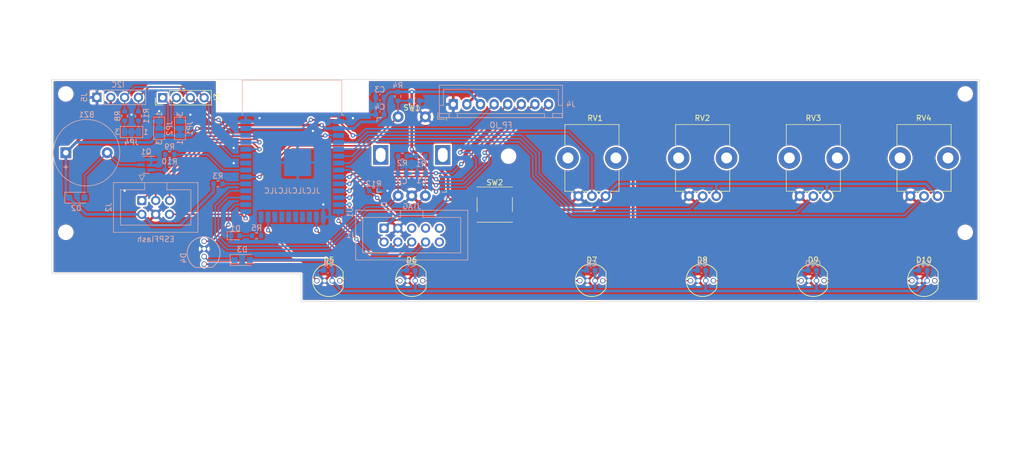
<source format=kicad_pcb>
(kicad_pcb (version 20211014) (generator pcbnew)
  (layers (0 "F.Cu" signal) (31 "B.Cu" signal) (34 "B.Paste" user) (35 "F.Paste" user) (36 "B.SilkS" user "B.Silkscreen") (37 "F.SilkS" user "F.Silkscreen") (38 "B.Mask" user) (39 "F.Mask" user) (44 "Edge.Cuts" user))
  (net 0 "")
  (net 1 "+3V3")
  (net 2 "Net-(BZ1-Pad2)")
  (net 3 "/ENC_B")
  (net 4 "GND")
  (net 5 "/ENC_A")
  (net 6 "/ENC_SW")
  (net 7 "+5V")
  (net 8 "Net-(D1-Pad2)")
  (net 9 "/MTMS")
  (net 10 "/MTCK")
  (net 12 "/MTDO")
  (net 14 "/MTDI")
  (net 17 "/EN")
  (net 18 "/TXD")
  (net 19 "/RXD")
  (net 20 "/IO0")
  (net 21 "/SCL")
  (net 22 "/SDA")
  (net 23 "/MAIN_SCL")
  (net 24 "/MAIN_SDA")
  (net 25 "/LINE_RIGHT")
  (net 26 "/LINE_LEFT")
  (net 27 "/MIC")
  (net 28 "Net-(Q1-Pad2)")
  (net 29 "/IO5")
  (net 30 "/IO2")
  (net 31 "/BUZZER")
  (net 32 "/LED_DATA")
  (net 33 "/SW1")
  (net 34 "/LVL_A")
  (net 35 "/LVL_B")
  (net 36 "/LVL_C")
  (net 37 "/LVL_D")
  (net 45 "Net-(D3-Pad1)")
  (net 46 "Net-(D5-Pad1)")
  (net 47 "Net-(D6-Pad1)")
  (net 48 "Net-(D7-Pad1)")
  (net 49 "Net-(D4-Pad1)")
  (net 50 "Net-(J3-Pad1)")
  (net 51 "Net-(J3-Pad2)")
  (net 52 "Net-(JP4-Pad1)")
  (net 53 "Net-(JP4-Pad3)")
  (net 54 "Net-(D8-Pad1)")
  (net 55 "Net-(D10-Pad4)")
  (footprint "Button_Switch_SMD:SW_Push_1P1T_NO_6x6mm_H9.5mm" (layer "F.Cu") (at 172.72 104.14)
    (fp_text reference "SW2")
    (fp_text value "DNP")
  )
  (footprint "Potentiometer_THT:Potentiometer_Bourns_PTV09A-1_Single_Vertical" (layer "F.Cu") (at 233.696861 102.57 90)
    (fp_text reference "RV3")
    (fp_text value "20K")
  )
  (footprint "SaawLib:Rotary_Encoder_Switched_PEC11R" (layer "F.Cu") (at 151.78 95.02)
    (fp_text reference "SW1")
    (fp_text value "PEC11R-4225F-S0024")
  )
  (footprint "Potentiometer_THT:Potentiometer_Bourns_PTV09A-1_Single_Vertical" (layer "F.Cu") (at 193.056861 102.57 90)
    (fp_text reference "RV1")
    (fp_text value "20K")
  )
  (footprint "MountingHole:MountingHole_2.2mm_M2" (layer "F.Cu") (at 93.98 109.22)
    (fp_text reference "H3" hide)
    (fp_text value "MountingHole")
  )
  (footprint "SaawLib:WS2812D-F5" (layer "F.Cu") (at 142.24 118.11)
    (fp_text reference "D5")
    (fp_text value "WS2812D")
  )
  (footprint "SaawLib:WS2812D-F5" (layer "F.Cu") (at 157.48 118.11)
    (fp_text reference "D6")
    (fp_text value "WS2812D")
  )
  (footprint "Potentiometer_THT:Potentiometer_Bourns_PTV09A-1_Single_Vertical" (layer "F.Cu") (at 213.376861 102.57 90)
    (fp_text reference "RV2")
    (fp_text value "20K")
  )
  (footprint "MountingHole:MountingHole_2.2mm_M2" (layer "F.Cu") (at 259.08 109.22)
    (fp_text reference "H2" hide)
    (fp_text value "MountingHole")
  )
  (footprint "SaawLib:WS2812D-F5" (layer "F.Cu") (at 190.5 118.11)
    (fp_text reference "D7")
    (fp_text value "WS2812D")
  )
  (footprint "Potentiometer_THT:Potentiometer_Bourns_PTV09A-1_Single_Vertical" (layer "F.Cu") (at 254.016861 102.57 90)
    (fp_text reference "RV4")
    (fp_text value "20K")
  )
  (footprint "SaawLib:WS2812D-F5" (layer "F.Cu") (at 210.82 118.11)
    (fp_text reference "D8")
    (fp_text value "WS2812D")
  )
  (footprint "SaawLib:OLED_I2C_1.3" (layer "F.Cu") (at 119.38 84.52 -90)
    (fp_text reference "J3")
    (fp_text value "OLED")
  )
  (footprint "MountingHole:MountingHole_2.2mm_M2" (layer "F.Cu") (at 175.26 95.25)
    (fp_text reference "H1" hide)
    (fp_text value "MountingHole")
  )
  (footprint "MountingHole:MountingHole_2.2mm_M2" (layer "F.Cu") (at 93.98 83.82)
    (fp_text reference "H4" hide)
    (fp_text value "MountingHole")
  )
  (footprint "SaawLib:WS2812D-F5" (layer "F.Cu") (at 251.46 118.11)
    (fp_text reference "D10")
    (fp_text value "WS2812D")
  )
  (footprint "MountingHole:MountingHole_2.2mm_M2" (layer "F.Cu") (at 259.08 83.82)
    (fp_text reference "H5" hide)
    (fp_text value "MountingHole")
  )
  (footprint "SaawLib:WS2812D-F5" (layer "F.Cu") (at 231.14 118.11)
    (fp_text reference "D9")
    (fp_text value "WS2812D")
  )
  (footprint "Resistor_SMD:R_0603_1608Metric" (layer "B.Cu") (at 113.05052 97.79)
    (fp_text reference "R10")
    (fp_text value "10K")
  )
  (footprint "Jumper:SolderJumper-3_P1.3mm_Bridged12_Pad1.0x1.5mm_NumberLabels" (layer "B.Cu") (at 114.935 90.14 90)
    (fp_text reference "JP1")
    (fp_text value "SolderJumper_3_Bridged12")
  )
  (footprint "SaawLib:WS2812D-F5" (layer "B.Cu") (at 119.38 113.03 -90)
    (fp_text reference "D4")
    (fp_text value "WS2812D")
  )
  (footprint "RF_Module:ESP32-WROOM-32" (layer "B.Cu") (at 135.525 97.155 180)
    (fp_text reference "U1")
    (fp_text value "ESP32-WROOM-32D")
  )
  (footprint "Resistor_SMD:R_0603_1608Metric" (layer "B.Cu") (at 113.05052 94.9475 180)
    (fp_text reference "R9")
    (fp_text value "10")
  )
  (footprint "Resistor_SMD:R_0603_1608Metric" (layer "B.Cu") (at 128.998113 109.855 180)
    (fp_text reference "R5")
    (fp_text value "10k")
  )
  (footprint "Package_TO_SOT_SMD:SOT-23" (layer "B.Cu") (at 108.704639 96.832551 180)
    (fp_text reference "Q1")
    (fp_text value "Q_NMOS_DGS")
  )
  (footprint "Capacitor_SMD:C_0603_1608Metric" (layer "B.Cu") (at 142.1 116.205)
    (fp_text reference "C6")
    (fp_text value "100nF")
  )
  (footprint "Capacitor_SMD:C_0603_1608Metric" (layer "B.Cu") (at 155.715 98.425)
    (fp_text reference "C2")
    (fp_text value "10nF")
  )
  (footprint "Connector_IDC:IDC-Header_2x03_P2.54mm_Vertical" (layer "B.Cu") (at 107.945 103.3875 -90)
    (fp_text reference "J2")
    (fp_text value "ESPFlash")
  )
  (footprint "Capacitor_SMD:C_0603_1608Metric" (layer "B.Cu") (at 190.36 116.205)
    (fp_text reference "C8")
    (fp_text value "100nF")
  )
  (footprint "Resistor_SMD:R_0603_1608Metric" (layer "B.Cu") (at 121.92 100.33 180)
    (fp_text reference "R3")
    (fp_text value "10k")
  )
  (footprint "Resistor_SMD:R_0603_1608Metric" (layer "B.Cu") (at 154.94 84.265 -90)
    (fp_text reference "R4")
    (fp_text value "10K")
  )
  (footprint "Resistor_SMD:R_0603_1608Metric" (layer "B.Cu") (at 155.765 95.25 180)
    (fp_text reference "R2")
    (fp_text value "10K")
  )
  (footprint "Resistor_SMD:R_0603_1608Metric" (layer "B.Cu") (at 104.778835 87.875215 90)
    (fp_text reference "R8")
    (fp_text value "2.7K")
  )
  (footprint "Capacitor_SMD:C_0603_1608Metric" (layer "B.Cu") (at 231 116.205)
    (fp_text reference "C10")
    (fp_text value "100nF")
  )
  (footprint "Capacitor_SMD:C_0603_1608Metric" (layer "B.Cu") (at 210.68 116.205)
    (fp_text reference "C9")
    (fp_text value "100nF")
  )
  (footprint "Connector_IDC:IDC-Header_2x05_P2.54mm_Vertical" (layer "B.Cu") (at 152.4 108.4675 -90)
    (fp_text reference "J1")
    (fp_text value "JTAG")
  )
  (footprint "SaawLib:SolderJumper-3_P1.3mm_Bridged123_Pad1.0x1.5mm_NumberLabels" (layer "B.Cu") (at 106.045 90.805 180)
    (fp_text reference "JP4")
    (fp_text value "SolderJumper_3_Bridged123")
  )
  (footprint "LED_SMD:LED_0603_1608Metric" (layer "B.Cu") (at 125.095 109.855)
    (fp_text reference "D1")
    (fp_text value "LED")
  )
  (footprint "Resistor_SMD:R_0603_1608Metric" (layer "B.Cu") (at 107.318835 87.875215 90)
    (fp_text reference "R11")
    (fp_text value "2.7K")
  )
  (footprint "Jumper:SolderJumper-3_P1.3mm_Bridged12_Pad1.0x1.5mm_NumberLabels" (layer "B.Cu") (at 111.125 90.14 -90)
    (fp_text reference "JP2")
    (fp_text value "SolderJumper_3_Bridged12")
  )
  (footprint "Capacitor_SMD:C_0603_1608Metric" (layer "B.Cu") (at 159.245 98.425 180)
    (fp_text reference "C1")
    (fp_text value "10nF")
  )
  (footprint "Capacitor_SMD:C_0603_1608Metric" (layer "B.Cu") (at 151.625 84.455 180)
    (fp_text reference "C3")
    (fp_text value "10uF")
  )
  (footprint "Resistor_SMD:R_0603_1608Metric" (layer "B.Cu") (at 159.195 95.25)
    (fp_text reference "R1")
    (fp_text value "10K")
  )
  (footprint "Diode_SMD:D_SOD-123F" (layer "B.Cu") (at 96.015 102.87)
    (fp_text reference "D2")
    (fp_text value "D_Small")
  )
  (footprint "Capacitor_SMD:C_0603_1608Metric" (layer "B.Cu") (at 151.625 87.63 180)
    (fp_text reference "C4")
    (fp_text value "100nF")
  )
  (footprint "Connector_JST:JST_XH_B8B-XH-A_1x08_P2.50mm_Vertical" (layer "B.Cu") (at 165.1 85.725)
    (fp_text reference "J4")
    (fp_text value "FP_IO")
  )
  (footprint "Capacitor_SMD:C_0603_1608Metric" (layer "B.Cu") (at 251.32 116.205)
    (fp_text reference "C11")
    (fp_text value "100nF")
  )
  (footprint "Capacitor_SMD:C_0603_1608Metric" (layer "B.Cu") (at 158.115 85.09)
    (fp_text reference "C5")
    (fp_text value "10nF")
  )
  (footprint "Diode_SMD:D_SOD-123F" (layer "B.Cu") (at 126.365 114.3)
    (fp_text reference "D3")
    (fp_text value "D")
  )
  (footprint "Buzzer_Beeper:Buzzer_12x9.5RM7.6" (layer "B.Cu") (at 93.99 94.615)
    (fp_text reference "BZ1")
    (fp_text value "Buzzer")
  )
  (footprint "Connector_PinHeader_2.54mm:PinHeader_1x04_P2.54mm_Vertical" (layer "B.Cu") (at 99.695 84.455 -90)
    (fp_text reference "J5")
    (fp_text value "I2C")
  )
  (footprint "Capacitor_SMD:C_0603_1608Metric" (layer "B.Cu") (at 157.34 116.205)
    (fp_text reference "C7")
    (fp_text value "100nF")
  )
  (footprint "Resistor_SMD:R_0603_1608Metric" (layer "B.Cu") (at 150.495 101.6)
    (fp_text reference "R12")
    (fp_text value "10K")
  )
  (gr_line locked (start 261.62 81.18) (end 91.44 81.18) (layer "Edge.Cuts") (width 0.1))
  (gr_line (start 261.62 81.18) (end 261.62 121.92) (layer "Edge.Cuts") (width 0.1))
  (gr_line locked (start 137.16 121.92) (end 137.16 116.84) (layer "Edge.Cuts") (width 0.1))
  (gr_line locked (start 91.44 81.18) (end 91.44 116.84) (layer "Edge.Cuts") (width 0.1))
  (gr_line locked (start 137.16 116.84) (end 91.44 116.84) (layer "Edge.Cuts") (width 0.1))
  (gr_line locked (start 137.16 121.92) (end 261.62 121.92) (layer "Edge.Cuts") (width 0.1))
  (gr_text "JLCJLCJLCJLC" (at 135.525 101.6) (layer "B.SilkS") (effects (font (size 1 1)) (justify mirror)))
  (segment (start 102.235 86.36) (end 102.235 84.455) (width 0.5) (layer "F.Cu") (net 1))
  (segment (start 93.99 94.615) (end 93.99 94.605) (width 0.5) (layer "F.Cu") (net 1))
  (segment (start 167.440531 103.194469) (end 164.16705 103.194469) (width 0.5) (layer "F.Cu") (net 1))
  (segment (start 168.745 101.89) (end 167.440531 103.194469) (width 0.5) (layer "F.Cu") (net 1))
  (segment (start 162.396949 97.411246) (end 164.143027 99.157324) (width 0.5) (layer "F.Cu") (net 1))
  (segment (start 157.48 93.98) (end 160.911246 97.411246) (width 0.5) (layer "F.Cu") (net 1))
  (segment (start 123.590175 89.534999) (end 140.969999 89.534999) (width 0.5) (layer "F.Cu") (net 1))
  (segment (start 160.911246 97.411246) (end 162.396949 97.411246) (width 0.5) (layer "F.Cu") (net 1))
  (segment (start 157.48 93.98) (end 157.48 83.451645) (width 0.5) (layer "F.Cu") (net 1))
  (segment (start 93.99 94.605) (end 102.235 86.36) (width 0.5) (layer "F.Cu") (net 1))
  (segment (start 118.11 90.17) (end 122.955174 90.17) (width 0.5) (layer "F.Cu") (net 1))
  (segment (start 193.056861 102.57) (end 190.554612 105.072249) (width 0.5) (layer "F.Cu") (net 1))
  (segment (start 179.877249 105.072249) (end 176.695 101.89) (width 0.5) (layer "F.Cu") (net 1))
  (segment (start 122.955174 90.17) (end 123.590175 89.534999) (width 0.5) (layer "F.Cu") (net 1))
  (segment (start 176.695 101.89) (end 168.745 101.89) (width 0.5) (layer "F.Cu") (net 1))
  (segment (start 157.48 83.451645) (end 157.491645 83.44) (width 0.5) (layer "F.Cu") (net 1))
  (segment (start 190.554612 105.072249) (end 179.877249 105.072249) (width 0.5) (layer "F.Cu") (net 1))
  (segment (start 164.16705 103.194469) (end 164.143027 103.170446) (width 0.5) (layer "F.Cu") (net 1))
  (segment (start 164.143027 99.157324) (end 164.143027 103.170446) (width 0.5) (layer "F.Cu") (net 1))
  (via (at 140.969999 89.534999) (size 0.8) (drill 0.4) (layers "F.Cu" "B.Cu") (net 1))
  (via (at 118.11 90.17) (size 0.8) (drill 0.4) (layers "F.Cu" "B.Cu") (net 1))
  (via (at 157.491645 83.44) (size 0.8) (drill 0.4) (layers "F.Cu" "B.Cu") (net 1))
  (via (at 157.48 93.98) (size 0.8) (drill 0.4) (layers "F.Cu" "B.Cu") (net 1))
  (via (at 164.143027 103.170446) (size 0.8) (drill 0.4) (layers "F.Cu" "B.Cu") (net 1))
  (segment (start 167.895 83.44) (end 170.1 85.645) (width 0.5) (layer "B.Cu") (net 1))
  (segment (start 193.056861 102.57) (end 195.296861 100.33) (width 0.5) (layer "B.Cu") (net 1))
  (segment (start 94.615 102.87) (end 93.99 102.245) (width 0.5) (layer "B.Cu") (net 1))
  (segment (start 153.415 83.44) (end 152.4 84.455) (width 0.5) (layer "B.Cu") (net 1))
  (segment (start 93.99 102.245) (end 93.99 94.615) (width 0.5) (layer "B.Cu") (net 1))
  (segment (start 114.935 91.44) (end 116.84 91.44) (width 0.5) (layer "B.Cu") (net 1))
  (segment (start 213.376861 102.57) (end 213.376861 100.346861) (width 0.5) (layer "B.Cu") (net 1))
  (segment (start 251.776861 100.33) (end 254.016861 102.57) (width 0.5) (layer "B.Cu") (net 1))
  (segment (start 195.296861 100.33) (end 251.776861 100.33) (width 0.5) (layer "B.Cu") (net 1))
  (segment (start 152.4 87.666263) (end 151.107818 88.958445) (width 0.5) (layer "B.Cu") (net 1))
  (segment (start 144.025 90.17) (end 141.605 90.17) (width 0.5) (layer "B.Cu") (net 1))
  (segment (start 151.107818 88.958445) (end 148.118277 88.958445) (width 0.5) (layer "B.Cu") (net 1))
  (segment (start 157.48 93.98) (end 157.48 95.25) (width 0.5) (layer "B.Cu") (net 1))
  (segment (start 109.606627 92.71) (end 110.876627 91.44) (width 0.5) (layer "B.Cu") (net 1))
  (segment (start 233.696861 102.57) (end 233.696861 100.346861) (width 0.5) (layer "B.Cu") (net 1))
  (segment (start 109.9675 107.95) (end 107.945 105.9275) (width 0.5) (layer "B.Cu") (net 1))
  (segment (start 148.118277 88.958445) (end 146.906722 90.17) (width 0.5) (layer "B.Cu") (net 1))
  (segment (start 97.6725 105.9275) (end 107.945 105.9275) (width 0.5) (layer "B.Cu") (net 1))
  (segment (start 95.895 92.71) (end 106.045 92.71) (width 0.5) (layer "B.Cu") (net 1))
  (segment (start 157.48 95.25) (end 158.37 95.25) (width 0.5) (layer "B.Cu") (net 1))
  (segment (start 114.935 107.95) (end 109.9675 107.95) (width 0.5) (layer "B.Cu") (net 1))
  (segment (start 156.59 95.25) (end 157.48 95.25) (width 0.5) (layer "B.Cu") (net 1))
  (segment (start 154.94 83.44) (end 153.415 83.44) (width 0.5) (layer "B.Cu") (net 1))
  (segment (start 121.095 101.79) (end 114.935 107.95) (width 0.5) (layer "B.Cu") (net 1))
  (segment (start 213.376861 100.346861) (end 213.36 100.33) (width 0.3) (layer "B.Cu") (net 1))
  (segment (start 152.4 108.4675) (end 155.001062 105.866438) (width 0.5) (layer "B.Cu") (net 1))
  (segment (start 106.045 92.71) (end 109.606627 92.71) (width 0.5) (layer "B.Cu") (net 1))
  (segment (start 110.876627 91.44) (end 111.125 91.44) (width 0.5) (layer "B.Cu") (net 1))
  (segment (start 141.605 90.17) (end 140.969999 89.534999) (width 0.5) (layer "B.Cu") (net 1))
  (segment (start 116.84 91.44) (end 118.11 90.17) (width 0.5) (layer "B.Cu") (net 1))
  (segment (start 93.99 94.615) (end 95.895 92.71) (width 0.5) (layer "B.Cu") (net 1))
  (segment (start 106.045 92.71) (end 106.045 90.805) (width 0.5) (layer "B.Cu") (net 1))
  (segment (start 152.4 84.455) (end 152.4 87.666263) (width 0.5) (layer "B.Cu") (net 1))
  (segment (start 94.615 102.87) (end 97.6725 105.9275) (width 0.5) (layer "B.Cu") (net 1))
  (segment (start 114.935 91.44) (end 111.125 91.44) (width 0.5) (layer "B.Cu") (net 1))
  (segment (start 170.1 85.645) (end 170.1 85.725) (width 0.5) (layer "B.Cu") (net 1))
  (segment (start 146.906722 90.17) (end 144.025 90.17) (width 0.5) (layer "B.Cu") (net 1))
  (segment (start 161.447035 105.866438) (end 164.143027 103.170446) (width 0.5) (layer "B.Cu") (net 1))
  (segment (start 121.095 100.33) (end 121.095 101.79) (width 0.5) (layer "B.Cu") (net 1))
  (segment (start 154.94 83.44) (end 167.895 83.44) (width 0.5) (layer "B.Cu") (net 1))
  (segment (start 155.001062 105.866438) (end 161.447035 105.866438) (width 0.5) (layer "B.Cu") (net 1))
  (segment (start 101.59 94.615) (end 103.807551 96.832551) (width 0.3) (layer "B.Cu") (net 2))
  (segment (start 97.415 102.87) (end 97.415 98.79) (width 0.3) (layer "B.Cu") (net 2))
  (segment (start 97.415 98.79) (end 101.59 94.615) (width 0.3) (layer "B.Cu") (net 2))
  (segment (start 103.807551 96.832551) (end 107.767139 96.832551) (width 0.3) (layer "B.Cu") (net 2))
  (segment (start 123.576675 112.359511) (end 142.172681 112.35951) (width 0.3) (layer "B.Cu") (net 3))
  (segment (start 157.333073 105.166927) (end 159.98 102.52) (width 0.3) (layer "B.Cu") (net 3))
  (segment (start 159.98 98.465) (end 160.02 98.425) (width 0.3) (layer "B.Cu") (net 3))
  (segment (start 121.40771 110.190546) (end 123.576675 112.359511) (width 0.3) (layer "B.Cu") (net 3))
  (segment (start 159.98 102.52) (end 159.98 98.465) (width 0.3) (layer "B.Cu") (net 3))
  (segment (start 149.365264 105.166927) (end 157.333073 105.166927) (width 0.3) (layer "B.Cu") (net 3))
  (segment (start 142.172681 112.35951) (end 149.365264 105.166927) (width 0.3) (layer "B.Cu") (net 3))
  (segment (start 160.02 95.25) (end 160.02 98.425) (width 0.3) (layer "B.Cu") (net 3))
  (segment (start 124.163927 101.6) (end 121.407709 104.356218) (width 0.3) (layer "B.Cu") (net 3))
  (segment (start 121.407709 104.356218) (end 121.40771 110.190546) (width 0.3) (layer "B.Cu") (net 3))
  (segment (start 127.025 101.6) (end 124.163927 101.6) (width 0.3) (layer "B.Cu") (net 3))
  (via (at 129.54 88.265) (size 0.8) (drill 0.4) (layers "F.Cu" "B.Cu") (net 4))
  (via (at 153.035 101.6) (size 0.8) (drill 0.4) (layers "F.Cu" "B.Cu") (net 4))
  (via (at 124.797471 93.740527) (size 0.8) (drill 0.4) (layers "F.Cu" "B.Cu") (net 4))
  (via (at 141.254217 104.113831) (size 0.8) (drill 0.4) (layers "F.Cu" "B.Cu") (net 4))
  (via (at 104.775 101.6) (size 0.8) (drill 0.4) (layers "F.Cu" "B.Cu") (net 4))
  (via (at 111.125 86.995) (size 0.8) (drill 0.4) (layers "F.Cu" "B.Cu") (net 4))
  (via (at 106.045 87.63) (size 0.8) (drill 0.4) (layers "F.Cu" "B.Cu") (net 4))
  (via (at 146.685 88.265) (size 0.8) (drill 0.4) (layers "F.Cu" "B.Cu") (net 4))
  (via (at 124.797471 96.52) (size 0.8) (drill 0.4) (layers "F.Cu" "B.Cu") (net 4))
  (via (at 139.326346 90.612815) (size 0.8) (drill 0.4) (layers "F.Cu" "B.Cu") (net 4))
  (via (at 116.84 87.63) (size 0.8) (drill 0.4) (layers "F.Cu" "B.Cu") (net 4))
  (segment (start 154.98 102.52) (end 152.93549 104.56451) (width 0.3) (layer "B.Cu") (net 5))
  (segment (start 149.119845 104.56451) (end 141.924355 111.76) (width 0.3) (layer "B.Cu") (net 5))
  (segment (start 154.98 102.52) (end 154.98 98.465) (width 0.3) (layer "B.Cu") (net 5))
  (segment (start 141.924355 111.76) (end 123.825 111.76) (width 0.3) (layer "B.Cu") (net 5))
  (segment (start 123.825 111.76) (end 122.00722 109.94222) (width 0.3) (layer "B.Cu") (net 5))
  (segment (start 122.00722 109.94222) (end 122.00722 104.604543) (width 0.3) (layer "B.Cu") (net 5))
  (segment (start 154.98 98.465) (end 154.94 98.425) (width 0.3) (layer "B.Cu") (net 5))
  (segment (start 123.741763 102.87) (end 127.025 102.87) (width 0.3) (layer "B.Cu") (net 5))
  (segment (start 122.00722 104.604543) (end 123.741763 102.87) (width 0.3) (layer "B.Cu") (net 5))
  (segment (start 154.94 95.25) (end 154.94 98.425) (width 0.3) (layer "B.Cu") (net 5))
  (segment (start 152.93549 104.56451) (end 149.119845 104.56451) (width 0.3) (layer "B.Cu") (net 5))
  (segment (start 135.255 93.345) (end 129.54 99.06) (width 0.3) (layer "F.Cu") (net 6))
  (segment (start 149.655 93.345) (end 135.255 93.345) (width 0.3) (layer "F.Cu") (net 6))
  (segment (start 154.98 88.02) (end 149.655 93.345) (width 0.3) (layer "F.Cu") (net 6))
  (via (at 129.54 99.06) (size 0.8) (drill 0.4) (layers "F.Cu" "B.Cu") (net 6))
  (segment (start 129.54 99.06) (end 127.025 99.06) (width 0.3) (layer "B.Cu") (net 6))
  (segment (start 154.98 85.09) (end 154.98 88.02) (width 0.3) (layer "B.Cu") (net 6))
  (segment (start 157.34 85.09) (end 154.94 85.09) (width 0.3) (layer "B.Cu") (net 6))
  (segment (start 167.6 85.725) (end 170.775 82.55) (width 0.5) (layer "F.Cu") (net 7))
  (segment (start 170.775 82.55) (end 190.5 82.55) (width 0.5) (layer "F.Cu") (net 7))
  (segment (start 198.12 90.17) (end 190.5 82.55) (width 0.5) (layer "F.Cu") (net 7))
  (segment (start 191.135 118.11) (end 198.12 111.125) (width 0.5) (layer "F.Cu") (net 7))
  (segment (start 198.12 111.125) (end 198.12 90.17) (width 0.5) (layer "F.Cu") (net 7))
  (segment (start 141.748535 114.3) (end 142.875 115.426465) (width 0.5) (layer "B.Cu") (net 7))
  (segment (start 142.875 118.11) (end 144.78 120.015) (width 0.5) (layer "B.Cu") (net 7))
  (segment (start 158.115 118.11) (end 158.115 116.205) (width 0.5) (layer "B.Cu") (net 7))
  (segment (start 211.455 118.11) (end 211.455 120.015) (width 0.5) (layer "B.Cu") (net 7))
  (segment (start 158.115 120.015) (end 191.135 120.015) (width 0.5) (layer "B.Cu") (net 7))
  (segment (start 231.775 120.015) (end 250.19 120.015) (width 0.5) (layer "B.Cu") (net 7))
  (segment (start 191.135 120.015) (end 211.455 120.015) (width 0.5) (layer "B.Cu") (net 7))
  (segment (start 142.875 118.11) (end 142.875 116.205) (width 0.5) (layer "B.Cu") (net 7))
  (segment (start 191.135 118.11) (end 191.135 116.205) (width 0.5) (layer "B.Cu") (net 7))
  (segment (start 191.135 118.11) (end 191.135 120.015) (width 0.5) (layer "B.Cu") (net 7))
  (segment (start 158.115 118.11) (end 158.115 120.015) (width 0.5) (layer "B.Cu") (net 7))
  (segment (start 144.78 120.015) (end 158.115 120.015) (width 0.5) (layer "B.Cu") (net 7))
  (segment (start 211.455 118.11) (end 211.455 116.205) (width 0.5) (layer "B.Cu") (net 7))
  (segment (start 252.095 118.11) (end 252.095 116.205) (width 0.5) (layer "B.Cu") (net 7))
  (segment (start 142.875 115.426465) (end 142.875 116.205) (width 0.5) (layer "B.Cu") (net 7))
  (segment (start 211.455 120.015) (end 231.775 120.015) (width 0.5) (layer "B.Cu") (net 7))
  (segment (start 250.19 120.015) (end 252.095 118.11) (width 0.5) (layer "B.Cu") (net 7))
  (segment (start 231.775 118.11) (end 231.775 116.205) (width 0.5) (layer "B.Cu") (net 7))
  (segment (start 127.765 114.3) (end 141.748535 114.3) (width 0.5) (layer "B.Cu") (net 7))
  (segment (start 231.775 118.11) (end 231.775 120.015) (width 0.5) (layer "B.Cu") (net 7))
  (segment (start 125.8825 109.855) (end 128.173113 109.855) (width 0.3) (layer "B.Cu") (net 8))
  (segment (start 152.4 111.0075) (end 146.05 104.6575) (width 0.3) (layer "F.Cu") (net 9))
  (segment (start 146.05 104.6575) (end 146.05 104.14) (width 0.3) (layer "F.Cu") (net 9))
  (via (at 146.05 104.14) (size 0.8) (drill 0.4) (layers "F.Cu" "B.Cu") (net 9))
  (segment (start 144.025 104.14) (end 146.05 104.14) (width 0.3) (layer "B.Cu") (net 9))
  (segment (start 154.94 111.0075) (end 152.916615 113.030885) (width 0.3) (layer "F.Cu") (net 10))
  (segment (start 144.194658 113.030885) (end 140.004966 108.841193) (width 0.3) (layer "F.Cu") (net 10))
  (segment (start 152.916615 113.030885) (end 144.194658 113.030885) (width 0.3) (layer "F.Cu") (net 10))
  (via (at 140.004966 108.841193) (size 0.8) (drill 0.4) (layers "F.Cu" "B.Cu") (net 10))
  (segment (start 140.004966 106.444966) (end 139.97 106.41) (width 0.3) (layer "B.Cu") (net 10))
  (segment (start 140.004966 108.841193) (end 140.004966 106.444966) (width 0.3) (layer "B.Cu") (net 10))
  (segment (start 154.857105 113.630395) (end 135.903164 113.630395) (width 0.3) (layer "F.Cu") (net 12))
  (segment (start 135.903164 113.630395) (end 131.103338 108.830569) (width 0.3) (layer "F.Cu") (net 12))
  (segment (start 157.48 111.0075) (end 154.857105 113.630395) (width 0.3) (layer "F.Cu") (net 12))
  (via (at 131.103338 108.830569) (size 0.8) (drill 0.4) (layers "F.Cu" "B.Cu") (net 12))
  (segment (start 131.103338 108.830569) (end 131.103338 106.433338) (width 0.3) (layer "B.Cu") (net 12))
  (segment (start 131.103338 106.433338) (end 131.08 106.41) (width 0.3) (layer "B.Cu") (net 12))
  (segment (start 147.32 110.41398) (end 147.32 110.49) (width 0.3) (layer "F.Cu") (net 14))
  (segment (start 144.045683 107.139663) (end 147.32 110.41398) (width 0.3) (layer "F.Cu") (net 14))
  (via (at 147.32 110.49) (size 0.8) (drill 0.4) (layers "F.Cu" "B.Cu") (net 14))
  (via (at 144.045683 107.139663) (size 0.8) (drill 0.4) (layers "F.Cu" "B.Cu") (net 14))
  (segment (start 160.02 111.0075) (end 157.69492 113.33258) (width 0.3) (layer "B.Cu") (net 14))
  (segment (start 157.69492 113.33258) (end 150.16258 113.33258) (width 0.3) (layer "B.Cu") (net 14))
  (segment (start 144.025 105.41) (end 144.025 107.11898) (width 0.3) (layer "B.Cu") (net 14))
  (segment (start 144.025 107.11898) (end 144.045683 107.139663) (width 0.3) (layer "B.Cu") (net 14))
  (segment (start 150.16258 113.33258) (end 147.32 110.49) (width 0.3) (layer "B.Cu") (net 14))
  (segment (start 119.758761 91.573739) (end 141.471261 91.573739) (width 0.3) (layer "F.Cu") (net 17))
  (segment (start 107.945 103.3875) (end 119.758761 91.573739) (width 0.3) (layer "F.Cu") (net 17))
  (segment (start 141.471261 91.573739) (end 141.605 91.44) (width 0.3) (layer "F.Cu") (net 17))
  (via (at 141.605 91.44) (size 0.8) (drill 0.4) (layers "F.Cu" "B.Cu") (net 17))
  (segment (start 141.605 91.44) (end 144.025 91.44) (width 0.3) (layer "B.Cu") (net 17))
  (segment (start 120.018648 92.174316) (end 129.004316 92.174316) (width 0.3) (layer "F.Cu") (net 18))
  (segment (start 110.485 101.707964) (end 120.018648 92.174316) (width 0.3) (layer "F.Cu") (net 18))
  (segment (start 129.004316 92.174316) (end 129.54 92.71) (width 0.3) (layer "F.Cu") (net 18))
  (segment (start 110.485 103.3875) (end 110.485 101.707964) (width 0.3) (layer "F.Cu") (net 18))
  (via (at 129.54 92.71) (size 0.8) (drill 0.4) (layers "F.Cu" "B.Cu") (net 18))
  (segment (start 127.025 92.71) (end 129.54 92.71) (width 0.3) (layer "B.Cu") (net 18))
  (segment (start 120.265907 92.774893) (end 128.334893 92.774893) (width 0.3) (layer "F.Cu") (net 19))
  (segment (start 113.025 103.3875) (end 113.025 100.0158) (width 0.3) (layer "F.Cu") (net 19))
  (segment (start 128.334893 92.774893) (end 129.54 93.98) (width 0.3) (layer "F.Cu") (net 19))
  (segment (start 113.025 100.0158) (end 120.265907 92.774893) (width 0.3) (layer "F.Cu") (net 19))
  (via (at 129.54 93.98) (size 0.8) (drill 0.4) (layers "F.Cu" "B.Cu") (net 19))
  (segment (start 127.025 93.98) (end 129.54 93.98) (width 0.3) (layer "B.Cu") (net 19))
  (segment (start 113.025 105.9275) (end 126.2475 105.9275) (width 0.3) (layer "F.Cu") (net 20))
  (segment (start 126.2475 105.9275) (end 127 106.68) (width 0.3) (layer "F.Cu") (net 20))
  (via (at 127 106.68) (size 0.8) (drill 0.4) (layers "F.Cu" "B.Cu") (net 20))
  (segment (start 127 105.435) (end 127.025 105.41) (width 0.3) (layer "B.Cu") (net 20))
  (segment (start 127 106.68) (end 127 105.435) (width 0.3) (layer "B.Cu") (net 20))
  (segment (start 116.84 84.52) (end 120.899838 88.579838) (width 0.3) (layer "F.Cu") (net 21))
  (segment (start 120.899838 88.579838) (end 122.008626 88.579838) (width 0.3) (layer "F.Cu") (net 21))
  (via (at 122.008626 88.579838) (size 0.8) (drill 0.4) (layers "F.Cu" "B.Cu") (net 21))
  (segment (start 127.025 91.44) (end 124.868788 91.44) (width 0.3) (layer "B.Cu") (net 21))
  (segment (start 104.778835 84.458835) (end 104.775 84.455) (width 0.3) (layer "B.Cu") (net 21))
  (segment (start 104.778835 87.050215) (end 104.778835 84.458835) (width 0.3) (layer "B.Cu") (net 21))
  (segment (start 114.87 82.55) (end 106.68 82.55) (width 0.3) (layer "B.Cu") (net 21))
  (segment (start 106.68 82.55) (end 104.775 84.455) (width 0.3) (layer "B.Cu") (net 21))
  (segment (start 124.868788 91.44) (end 122.008626 88.579838) (width 0.3) (layer "B.Cu") (net 21))
  (segment (start 116.84 84.52) (end 114.87 82.55) (width 0.3) (layer "B.Cu") (net 21))
  (segment (start 117.41 82.55) (end 119.38 84.52) (width 0.3) (layer "F.Cu") (net 22))
  (segment (start 109.22 82.55) (end 117.41 82.55) (width 0.3) (layer "F.Cu") (net 22))
  (segment (start 107.315 84.455) (end 109.22 82.55) (width 0.3) (layer "F.Cu") (net 22))
  (segment (start 119.38 84.52) (end 120.221911 85.361911) (width 0.3) (layer "B.Cu") (net 22))
  (segment (start 107.318835 84.458835) (end 107.315 84.455) (width 0.3) (layer "B.Cu") (net 22))
  (segment (start 124.526541 95.25) (end 127.025 95.25) (width 0.3) (layer "B.Cu") (net 22))
  (segment (start 120.221911 90.94537) (end 124.526541 95.25) (width 0.3) (layer "B.Cu") (net 22))
  (segment (start 120.221911 85.361911) (end 120.221911 90.94537) (width 0.3) (layer "B.Cu") (net 22))
  (segment (start 107.318835 87.050215) (end 107.318835 84.458835) (width 0.3) (layer "B.Cu") (net 22))
  (segment (start 146.685 91.44) (end 143.824692 88.579692) (width 0.3) (layer "F.Cu") (net 23))
  (segment (start 143.824692 88.579692) (end 138.968974 88.579692) (width 0.3) (layer "F.Cu") (net 23))
  (via (at 138.968974 88.579692) (size 0.8) (drill 0.4) (layers "F.Cu" "B.Cu") (net 23))
  (via (at 146.685 91.44) (size 0.8) (drill 0.4) (layers "F.Cu" "B.Cu") (net 23))
  (segment (start 148.974787 90.226542) (end 147.761329 91.44) (width 0.3) (layer "B.Cu") (net 23))
  (segment (start 172.6 85.725) (end 168.098458 90.226542) (width 0.3) (layer "B.Cu") (net 23))
  (segment (start 127.025 90.17) (end 137.378666 90.17) (width 0.3) (layer "B.Cu") (net 23))
  (segment (start 168.098458 90.226542) (end 148.974787 90.226542) (width 0.3) (layer "B.Cu") (net 23))
  (segment (start 137.378666 90.17) (end 138.968974 88.579692) (width 0.3) (layer "B.Cu") (net 23))
  (segment (start 147.761329 91.44) (end 146.685 91.44) (width 0.3) (layer "B.Cu") (net 23))
  (segment (start 175.1 85.725) (end 166.37 94.455) (width 0.3) (layer "F.Cu") (net 24))
  (segment (start 146.05 100.33) (end 147.39711 98.98289) (width 0.3) (layer "F.Cu") (net 24))
  (segment (start 161.211836 98.98289) (end 161.69956 99.470614) (width 0.3) (layer "F.Cu") (net 24))
  (segment (start 166.37 94.455) (end 166.37 94.569397) (width 0.3) (layer "F.Cu") (net 24))
  (segment (start 161.69956 99.470614) (end 161.951504 99.470614) (width 0.3) (layer "F.Cu") (net 24))
  (segment (start 147.39711 98.98289) (end 161.211836 98.98289) (width 0.3) (layer "F.Cu") (net 24))
  (via (at 146.05 100.33) (size 0.8) (drill 0.4) (layers "F.Cu" "B.Cu") (net 24))
  (via (at 161.951504 99.470614) (size 0.8) (drill 0.4) (layers "F.Cu" "B.Cu") (net 24))
  (via (at 166.37 94.569397) (size 0.8) (drill 0.4) (layers "F.Cu" "B.Cu") (net 24))
  (segment (start 166.760816 99.749494) (end 162.230384 99.749494) (width 0.3) (layer "B.Cu") (net 24))
  (segment (start 162.230384 99.749494) (end 161.951504 99.470614) (width 0.3) (layer "B.Cu") (net 24))
  (segment (start 169.29027 95.826512) (end 169.29027 97.22004) (width 0.3) (layer "B.Cu") (net 24))
  (segment (start 144.025 100.33) (end 146.05 100.33) (width 0.3) (layer "B.Cu") (net 24))
  (segment (start 169.29027 97.22004) (end 166.760816 99.749494) (width 0.3) (layer "B.Cu") (net 24))
  (segment (start 166.37 94.569397) (end 168.033155 94.569397) (width 0.3) (layer "B.Cu") (net 24))
  (segment (start 168.033155 94.569397) (end 169.29027 95.826512) (width 0.3) (layer "B.Cu") (net 24))
  (segment (start 146.726621 98.383379) (end 161.911753 98.383379) (width 0.3) (layer "F.Cu") (net 25))
  (segment (start 177.6 85.725) (end 166.64157 96.68343) (width 0.3) (layer "F.Cu") (net 25))
  (segment (start 166.64157 96.68343) (end 166.575754 96.68343) (width 0.3) (layer "F.Cu") (net 25))
  (segment (start 146.05 99.06) (end 146.726621 98.383379) (width 0.3) (layer "F.Cu") (net 25))
  (via (at 166.575754 96.68343) (size 0.8) (drill 0.4) (layers "F.Cu" "B.Cu") (net 25))
  (via (at 146.05 99.06) (size 0.8) (drill 0.4) (layers "F.Cu" "B.Cu") (net 25))
  (via (at 161.923669 98.371463) (size 0.8) (drill 0.4) (layers "F.Cu" "B.Cu") (net 25))
  (segment (start 164.887721 98.371463) (end 161.923669 98.371463) (width 0.3) (layer "B.Cu") (net 25))
  (segment (start 144.025 99.06) (end 146.05 99.06) (width 0.3) (layer "B.Cu") (net 25))
  (segment (start 166.575754 96.68343) (end 164.887721 98.371463) (width 0.3) (layer "B.Cu") (net 25))
  (segment (start 160.346756 100.18191) (end 161.936231 101.771385) (width 0.3) (layer "F.Cu") (net 26))
  (segment (start 180.1 85.725) (end 179.796307 85.725) (width 0.3) (layer "F.Cu") (net 26))
  (segment (start 148.73809 100.18191) (end 160.346756 100.18191) (width 0.3) (layer "F.Cu") (net 26))
  (segment (start 179.796307 85.725) (end 170.827063 94.694244) (width 0.3) (layer "F.Cu") (net 26))
  (segment (start 146.05 102.87) (end 148.73809 100.18191) (width 0.3) (layer "F.Cu") (net 26))
  (via (at 161.936231 101.771385) (size 0.8) (drill 0.4) (layers "F.Cu" "B.Cu") (net 26))
  (via (at 170.84703 94.610216) (size 0.8) (drill 0.4) (layers "F.Cu" "B.Cu") (net 26))
  (via (at 146.05 102.87) (size 0.8) (drill 0.4) (layers "F.Cu" "B.Cu") (net 26))
  (segment (start 162.7591 100.948516) (end 161.936231 101.771385) (width 0.3) (layer "B.Cu") (net 26))
  (segment (start 171.680516 95.363402) (end 171.680516 96.525466) (width 0.3) (layer "B.Cu") (net 26))
  (segment (start 171.680516 96.525466) (end 167.257467 100.948515) (width 0.3) (layer "B.Cu") (net 26))
  (segment (start 171.011358 94.694244) (end 171.680516 95.363402) (width 0.3) (layer "B.Cu") (net 26))
  (segment (start 170.815 94.694244) (end 171.011358 94.694244) (width 0.3) (layer "B.Cu") (net 26))
  (segment (start 167.257467 100.948515) (end 162.7591 100.948516) (width 0.3) (layer "B.Cu") (net 26))
  (segment (start 144.025 102.87) (end 146.05 102.87) (width 0.3) (layer "B.Cu") (net 26))
  (segment (start 170.956508 95.715278) (end 170.831015 95.715278) (width 0.3) (layer "F.Cu") (net 27))
  (segment (start 181.009798 87.315202) (end 179.356584 87.315202) (width 0.3) (layer "F.Cu") (net 27))
  (segment (start 160.80826 99.5824) (end 161.79587 100.57001) (width 0.3) (layer "F.Cu") (net 27))
  (segment (start 146.05 101.6) (end 148.0676 99.5824) (width 0.3) (layer "F.Cu") (net 27))
  (segment (start 161.79587 100.57001) (end 161.936231 100.57001) (width 0.3) (layer "F.Cu") (net 27))
  (segment (start 179.356584 87.315202) (end 170.956508 95.715278) (width 0.3) (layer "F.Cu") (net 27))
  (segment (start 182.6 85.725) (end 181.009798 87.315202) (width 0.3) (layer "F.Cu") (net 27))
  (segment (start 148.0676 99.5824) (end 160.80826 99.5824) (width 0.3) (layer "F.Cu") (net 27))
  (via (at 170.831015 95.715278) (size 0.8) (drill 0.4) (layers "F.Cu" "B.Cu") (net 27))
  (via (at 161.936231 100.57001) (size 0.8) (drill 0.4) (layers "F.Cu" "B.Cu") (net 27))
  (via (at 146.05 101.6) (size 0.8) (drill 0.4) (layers "F.Cu" "B.Cu") (net 27))
  (segment (start 166.51249 100.349004) (end 162.327979 100.349005) (width 0.3) (layer "B.Cu") (net 27))
  (segment (start 170.831015 95.715278) (end 170.831015 96.527131) (width 0.3) (layer "B.Cu") (net 27))
  (segment (start 170.831015 96.527131) (end 167.009141 100.349005) (width 0.3) (layer "B.Cu") (net 27))
  (segment (start 167.009141 100.349005) (end 166.51249 100.349004) (width 0.3) (layer "B.Cu") (net 27))
  (segment (start 144.025 101.6) (end 146.05 101.6) (width 0.3) (layer "B.Cu") (net 27))
  (segment (start 162.327979 100.349005) (end 162.106974 100.57001) (width 0.3) (layer "B.Cu") (net 27))
  (segment (start 162.106974 100.57001) (end 161.936231 100.57001) (width 0.3) (layer "B.Cu") (net 27))
  (segment (start 109.642139 97.782551) (end 112.218071 97.782551) (width 0.3) (layer "B.Cu") (net 28))
  (segment (start 112.22552 97.79) (end 112.22552 94.9475) (width 0.3) (layer "B.Cu") (net 28))
  (segment (start 112.218071 97.782551) (end 112.22552 97.79) (width 0.3) (layer "B.Cu") (net 28))
  (segment (start 127.025 100.33) (end 122.745 100.33) (width 0.3) (layer "B.Cu") (net 29))
  (segment (start 129.81 109.841887) (end 129.823113 109.855) (width 0.3) (layer "B.Cu") (net 30))
  (segment (start 129.81 106.41) (end 129.81 109.841887) (width 0.3) (layer "B.Cu") (net 30))
  (segment (start 120.03 94.9475) (end 113.87552 94.9475) (width 0.3) (layer "B.Cu") (net 31))
  (segment (start 127.025 97.79) (end 122.8725 97.79) (width 0.3) (layer "B.Cu") (net 31))
  (segment (start 122.8725 97.79) (end 120.03 94.9475) (width 0.3) (layer "B.Cu") (net 31))
  (segment (start 120.793396 110.865) (end 123.842641 107.815755) (width 0.3) (layer "F.Cu") (net 32))
  (segment (start 119.38 110.865) (end 120.793396 110.865) (width 0.3) (layer "F.Cu") (net 32))
  (via (at 123.842641 107.815755) (size 0.8) (drill 0.4) (layers "F.Cu" "B.Cu") (net 32))
  (segment (start 123.842641 105.392359) (end 123.842641 107.815755) (width 0.3) (layer "B.Cu") (net 32))
  (segment (start 127.025 104.14) (end 125.095 104.14) (width 0.3) (layer "B.Cu") (net 32))
  (segment (start 125.095 104.14) (end 123.842641 105.392359) (width 0.3) (layer "B.Cu") (net 32))
  (segment (start 168.745 106.39) (end 168.695958 106.340958) (width 0.3) (layer "F.Cu") (net 33))
  (segment (start 168.695958 106.340958) (end 154.571885 106.340958) (width 0.3) (layer "F.Cu") (net 33))
  (segment (start 176.695 106.39) (end 168.745 106.39) (width 0.3) (layer "F.Cu") (net 33))
  (segment (start 154.571885 106.340958) (end 151.13 102.899073) (width 0.3) (layer "F.Cu") (net 33))
  (via (at 151.13 102.899073) (size 0.8) (drill 0.4) (layers "F.Cu" "B.Cu") (net 33))
  (segment (start 146.020927 97.79) (end 151.13 102.899073) (width 0.3) (layer "B.Cu") (net 33))
  (segment (start 144.025 97.79) (end 146.020927 97.79) (width 0.3) (layer "B.Cu") (net 33))
  (segment (start 190.556861 95.100288) (end 190.556861 102.57) (width 0.3) (layer "B.Cu") (net 34))
  (segment (start 186.282626 90.826053) (end 190.556861 95.100288) (width 0.3) (layer "B.Cu") (net 34))
  (segment (start 149.223113 90.826052) (end 186.282626 90.826053) (width 0.3) (layer "B.Cu") (net 34))
  (segment (start 147.339165 92.71) (end 149.223113 90.826052) (width 0.3) (layer "B.Cu") (net 34))
  (segment (start 144.025 92.71) (end 147.339165 92.71) (width 0.3) (layer "B.Cu") (net 34))
  (segment (start 146.917 93.98) (end 144.025 93.98) (width 0.3) (layer "B.Cu") (net 35))
  (segment (start 208.505535 104.941326) (end 187.404168 104.941326) (width 0.3) (layer "B.Cu") (net 35))
  (segment (start 180.878543 94.632063) (end 177.672043 91.425563) (width 0.3) (layer "B.Cu") (net 35))
  (segment (start 210.876861 102.57) (end 208.505535 104.941326) (width 0.3) (layer "B.Cu") (net 35))
  (segment (start 180.878544 98.415702) (end 180.878543 94.632063) (width 0.3) (layer "B.Cu") (net 35))
  (segment (start 149.471438 91.425563) (end 146.917 93.98) (width 0.3) (layer "B.Cu") (net 35))
  (segment (start 187.404168 104.941326) (end 180.878544 98.415702) (width 0.3) (layer "B.Cu") (net 35))
  (segment (start 177.672043 91.425563) (end 149.471438 91.425563) (width 0.3) (layer "B.Cu") (net 35))
  (segment (start 149.719764 92.025073) (end 150.216415 92.025074) (width 0.3) (layer "B.Cu") (net 36))
  (segment (start 180.279033 98.664027) (end 187.155842 105.540836) (width 0.3) (layer "B.Cu") (net 36))
  (segment (start 228.226025 105.540836) (end 231.196861 102.57) (width 0.3) (layer "B.Cu") (net 36))
  (segment (start 150.216415 92.025074) (end 177.423718 92.025074) (width 0.3) (layer "B.Cu") (net 36))
  (segment (start 144.025 95.25) (end 146.494837 95.25) (width 0.3) (layer "B.Cu") (net 36))
  (segment (start 177.423718 92.025074) (end 180.279033 94.880389) (width 0.3) (layer "B.Cu") (net 36))
  (segment (start 187.155842 105.540836) (end 228.226025 105.540836) (width 0.3) (layer "B.Cu") (net 36))
  (segment (start 146.494837 95.25) (end 149.719764 92.025073) (width 0.3) (layer "B.Cu") (net 36))
  (segment (start 180.279033 94.880389) (end 180.279033 98.664027) (width 0.3) (layer "B.Cu") (net 36))
  (segment (start 179.679522 98.912352) (end 186.907517 106.140347) (width 0.3) (layer "B.Cu") (net 37))
  (segment (start 186.907517 106.140347) (end 247.946514 106.140347) (width 0.3) (layer "B.Cu") (net 37))
  (segment (start 177.175392 92.624584) (end 179.679522 95.128714) (width 0.3) (layer "B.Cu") (net 37))
  (segment (start 179.679522 95.128714) (end 179.679522 98.912352) (width 0.3) (layer "B.Cu") (net 37))
  (segment (start 146.072673 96.52) (end 149.968089 92.624584) (width 0.3) (layer "B.Cu") (net 37))
  (segment (start 144.025 96.52) (end 146.072673 96.52) (width 0.3) (layer "B.Cu") (net 37))
  (segment (start 149.968089 92.624584) (end 177.175392 92.624584) (width 0.3) (layer "B.Cu") (net 37))
  (segment (start 247.946514 106.140347) (end 251.516861 102.57) (width 0.3) (layer "B.Cu") (net 37))
  (segment (start 124.965 114.3) (end 120.015 114.3) (width 0.3) (layer "B.Cu") (net 45))
  (segment (start 120.015 114.3) (end 119.38 113.665) (width 0.3) (layer "B.Cu") (net 45))
  (segment (start 155.315 118.11) (end 144.275 118.11) (width 0.3) (layer "F.Cu") (net 46))
  (segment (start 188.335 118.11) (end 159.515 118.11) (width 0.3) (layer "F.Cu") (net 47))
  (segment (start 208.655 118.11) (end 192.535 118.11) (width 0.3) (layer "F.Cu") (net 48))
  (segment (start 119.390925 115.075925) (end 137.040925 115.075925) (width 0.3) (layer "F.Cu") (net 49))
  (segment (start 119.38 115.065) (end 119.390925 115.075925) (width 0.3) (layer "F.Cu") (net 49))
  (segment (start 137.040925 115.075925) (end 140.075 118.11) (width 0.3) (layer "F.Cu") (net 49))
  (segment (start 111.125 90.14) (end 112.175 90.14) (width 0.3) (layer "B.Cu") (net 50))
  (segment (start 112.175 90.14) (end 112.728018 89.586982) (width 0.3) (layer "B.Cu") (net 50))
  (segment (start 112.728018 89.586982) (end 112.728017 85.488017) (width 0.3) (layer "B.Cu") (net 50))
  (segment (start 112.728017 85.488017) (end 111.76 84.52) (width 0.3) (layer "B.Cu") (net 50))
  (segment (start 113.327528 89.582528) (end 113.327528 85.492472) (width 0.3) (layer "B.Cu") (net 51))
  (segment (start 113.885 90.14) (end 113.327528 89.582528) (width 0.3) (layer "B.Cu") (net 51))
  (segment (start 113.327528 85.492472) (end 114.3 84.52) (width 0.3) (layer "B.Cu") (net 51))
  (segment (start 114.935 90.14) (end 113.885 90.14) (width 0.3) (layer "B.Cu") (net 51))
  (segment (start 107.345 88.72638) (end 107.318835 88.700215) (width 0.3) (layer "B.Cu") (net 52))
  (segment (start 107.345 90.805) (end 107.345 88.72638) (width 0.3) (layer "B.Cu") (net 52))
  (segment (start 104.745 88.73405) (end 104.778835 88.700215) (width 0.3) (layer "B.Cu") (net 53))
  (segment (start 104.745 90.805) (end 104.745 88.73405) (width 0.3) (layer "B.Cu") (net 53))
  (segment (start 228.975 118.11) (end 212.855 118.11) (width 0.3) (layer "F.Cu") (net 54))
  (segment (start 249.295 118.11) (end 233.175 118.11) (width 0.3) (layer "F.Cu") (net 55))
  (zone (net 4) (net_name "GND") (layers F&B.Cu) (connect_pads (clearance 0.3)) (min_thickness 0.3) (fill yes (thermal_gap 0.5) (thermal_bridge_width 0.5))
    (polygon (pts (xy 269.228891 126.622117) (xy 81.904771 125.920285) (xy 81.915903 73.025) (xy 269.875023 73.091832)))
  )
  (zone (net 0) (net_name "") (layers F&B.Cu) (connect_pads (clearance 0)) (min_thickness 0.254)
    (keepout (tracks not_allowed) (vias not_allowed) (pads not_allowed) (copperpour not_allowed) (footprints allowed))
    (fill (thermal_gap 0.508) (thermal_bridge_width 0.508))
    (polygon (pts (xy 149.622578 87.239711) (xy 121.500264 87.239711) (xy 121.500263 76.200001) (xy 149.622577 76.200001)))
  )
)
</source>
